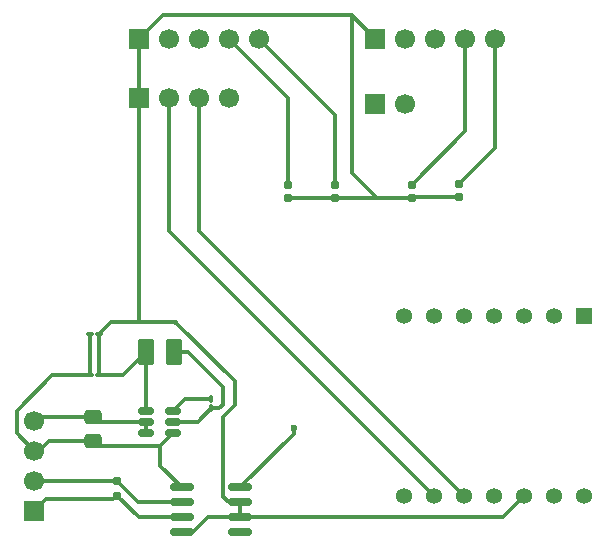
<source format=gbr>
%TF.GenerationSoftware,KiCad,Pcbnew,9.0.5*%
%TF.CreationDate,2025-10-11T13:35:54-04:00*%
%TF.ProjectId,EGR 101,45475220-3130-4312-9e6b-696361645f70,rev?*%
%TF.SameCoordinates,Original*%
%TF.FileFunction,Copper,L1,Top*%
%TF.FilePolarity,Positive*%
%FSLAX46Y46*%
G04 Gerber Fmt 4.6, Leading zero omitted, Abs format (unit mm)*
G04 Created by KiCad (PCBNEW 9.0.5) date 2025-10-11 13:35:54*
%MOMM*%
%LPD*%
G01*
G04 APERTURE LIST*
G04 Aperture macros list*
%AMRoundRect*
0 Rectangle with rounded corners*
0 $1 Rounding radius*
0 $2 $3 $4 $5 $6 $7 $8 $9 X,Y pos of 4 corners*
0 Add a 4 corners polygon primitive as box body*
4,1,4,$2,$3,$4,$5,$6,$7,$8,$9,$2,$3,0*
0 Add four circle primitives for the rounded corners*
1,1,$1+$1,$2,$3*
1,1,$1+$1,$4,$5*
1,1,$1+$1,$6,$7*
1,1,$1+$1,$8,$9*
0 Add four rect primitives between the rounded corners*
20,1,$1+$1,$2,$3,$4,$5,0*
20,1,$1+$1,$4,$5,$6,$7,0*
20,1,$1+$1,$6,$7,$8,$9,0*
20,1,$1+$1,$8,$9,$2,$3,0*%
G04 Aperture macros list end*
%TA.AperFunction,ComponentPad*%
%ADD10R,1.358000X1.358000*%
%TD*%
%TA.AperFunction,ComponentPad*%
%ADD11C,1.358000*%
%TD*%
%TA.AperFunction,SMDPad,CuDef*%
%ADD12RoundRect,0.160000X-0.160000X0.197500X-0.160000X-0.197500X0.160000X-0.197500X0.160000X0.197500X0*%
%TD*%
%TA.AperFunction,SMDPad,CuDef*%
%ADD13RoundRect,0.150000X0.825000X0.150000X-0.825000X0.150000X-0.825000X-0.150000X0.825000X-0.150000X0*%
%TD*%
%TA.AperFunction,SMDPad,CuDef*%
%ADD14RoundRect,0.100000X0.217500X0.100000X-0.217500X0.100000X-0.217500X-0.100000X0.217500X-0.100000X0*%
%TD*%
%TA.AperFunction,ComponentPad*%
%ADD15C,1.700000*%
%TD*%
%TA.AperFunction,ComponentPad*%
%ADD16R,1.700000X1.700000*%
%TD*%
%TA.AperFunction,SMDPad,CuDef*%
%ADD17RoundRect,0.150000X-0.512500X-0.150000X0.512500X-0.150000X0.512500X0.150000X-0.512500X0.150000X0*%
%TD*%
%TA.AperFunction,SMDPad,CuDef*%
%ADD18RoundRect,0.155000X-0.155000X0.212500X-0.155000X-0.212500X0.155000X-0.212500X0.155000X0.212500X0*%
%TD*%
%TA.AperFunction,SMDPad,CuDef*%
%ADD19RoundRect,0.250001X0.462499X0.849999X-0.462499X0.849999X-0.462499X-0.849999X0.462499X-0.849999X0*%
%TD*%
%TA.AperFunction,SMDPad,CuDef*%
%ADD20RoundRect,0.100000X-0.100000X0.217500X-0.100000X-0.217500X0.100000X-0.217500X0.100000X0.217500X0*%
%TD*%
%TA.AperFunction,SMDPad,CuDef*%
%ADD21RoundRect,0.250000X-0.475000X0.337500X-0.475000X-0.337500X0.475000X-0.337500X0.475000X0.337500X0*%
%TD*%
%TA.AperFunction,ViaPad*%
%ADD22C,0.600000*%
%TD*%
%TA.AperFunction,Conductor*%
%ADD23C,0.350000*%
%TD*%
G04 APERTURE END LIST*
D10*
%TO.P,U3,1,D0*%
%TO.N,Net-(J3-Pin_5)*%
X203080000Y-80000000D03*
D11*
%TO.P,U3,2,D1*%
%TO.N,Net-(J3-Pin_4)*%
X200540000Y-80000000D03*
%TO.P,U3,3,D2*%
%TO.N,unconnected-(U3-D2-Pad3)*%
X198000000Y-80000000D03*
%TO.P,U3,7,TX_D6*%
%TO.N,Net-(U1-DI)*%
X187840000Y-80000000D03*
%TO.P,U3,6,D5*%
%TO.N,Net-(J2-Pin_4)*%
X190380000Y-80000000D03*
%TO.P,U3,5,D4*%
%TO.N,Net-(J2-Pin_5)*%
X192920000Y-80000000D03*
%TO.P,U3,4,D3*%
%TO.N,unconnected-(U3-D3-Pad4)*%
X195460000Y-80000000D03*
%TO.P,U3,14,VUSB*%
%TO.N,unconnected-(U3-VUSB-Pad14)*%
X203080000Y-95240000D03*
%TO.P,U3,13,GND*%
%TO.N,Net-(J1-Pin_3)*%
X200540000Y-95240000D03*
%TO.P,U3,12,VCC_3V3*%
%TO.N,Net-(J2-Pin_1)*%
X198000000Y-95240000D03*
%TO.P,U3,8,RX_D7*%
%TO.N,unconnected-(U3-RX_D7-Pad8)*%
X187840000Y-95240000D03*
%TO.P,U3,9,D8*%
%TO.N,Net-(J4-Pin_2)*%
X190380000Y-95240000D03*
%TO.P,U3,10,D9*%
%TO.N,Net-(J4-Pin_3)*%
X192920000Y-95240000D03*
%TO.P,U3,11,D10*%
%TO.N,Net-(J5-Pin_1)*%
X195460000Y-95240000D03*
%TD*%
D12*
%TO.P,R3,2*%
%TO.N,Net-(J1-Pin_1)*%
X163500000Y-95195000D03*
%TO.P,R3,1*%
%TO.N,Net-(J1-Pin_2)*%
X163500000Y-94000000D03*
%TD*%
D13*
%TO.P,U1,8,VCC*%
%TO.N,Net-(J2-Pin_1)*%
X169000000Y-98310000D03*
%TO.P,U1,7,B*%
%TO.N,Net-(J1-Pin_1)*%
X169000000Y-97040000D03*
%TO.P,U1,6,A*%
%TO.N,Net-(J1-Pin_2)*%
X169000000Y-95770000D03*
%TO.P,U1,5,GND*%
%TO.N,Net-(J1-Pin_3)*%
X169000000Y-94500000D03*
%TO.P,U1,4,DI*%
%TO.N,Net-(U1-DI)*%
X173950000Y-94500000D03*
%TO.P,U1,3,DE*%
%TO.N,Net-(J2-Pin_1)*%
X173950000Y-95770000D03*
%TO.P,U1,2,~{RE}*%
X173950000Y-97040000D03*
%TO.P,U1,1,RO*%
%TO.N,unconnected-(U1-RO-Pad1)*%
X173950000Y-98310000D03*
%TD*%
D14*
%TO.P,C4,1*%
%TO.N,Net-(J2-Pin_1)*%
X162000000Y-81500000D03*
%TO.P,C4,2*%
%TO.N,Net-(J1-Pin_3)*%
X161185000Y-81500000D03*
%TD*%
%TO.P,C5,1*%
%TO.N,Net-(J2-Pin_1)*%
X162000000Y-85000000D03*
%TO.P,C5,2*%
%TO.N,Net-(J1-Pin_3)*%
X161185000Y-85000000D03*
%TD*%
D15*
%TO.P,J3,5,Pin_5*%
%TO.N,Net-(J3-Pin_5)*%
X195540000Y-56500000D03*
%TO.P,J3,4,Pin_4*%
%TO.N,Net-(J3-Pin_4)*%
X193000000Y-56500000D03*
%TO.P,J3,3,Pin_3*%
%TO.N,Net-(J1-Pin_3)*%
X190460000Y-56500000D03*
%TO.P,J3,2,Pin_2*%
%TO.N,unconnected-(J3-Pin_2-Pad2)*%
X187920000Y-56500000D03*
D16*
%TO.P,J3,1,Pin_1*%
%TO.N,Net-(J2-Pin_1)*%
X185380000Y-56500000D03*
%TD*%
D17*
%TO.P,U2,1,FB*%
%TO.N,Net-(J2-Pin_1)*%
X166000000Y-88000000D03*
%TO.P,U2,2,EN*%
%TO.N,Net-(J1-Pin_4)*%
X166000000Y-88950000D03*
%TO.P,U2,3,IN*%
X166000000Y-89900000D03*
%TO.P,U2,4,GND*%
%TO.N,Net-(J1-Pin_3)*%
X168275000Y-89900000D03*
%TO.P,U2,5,SW*%
%TO.N,Net-(U2-SW)*%
X168275000Y-88950000D03*
%TO.P,U2,6,BST*%
%TO.N,Net-(U2-BST)*%
X168275000Y-88000000D03*
%TD*%
D18*
%TO.P,R8,1*%
%TO.N,Net-(J3-Pin_5)*%
X192500000Y-68797500D03*
%TO.P,R8,2*%
%TO.N,Net-(J2-Pin_1)*%
X192500000Y-69932500D03*
%TD*%
%TO.P,R6,1*%
%TO.N,Net-(J2-Pin_4)*%
X178000000Y-68865000D03*
%TO.P,R6,2*%
%TO.N,Net-(J2-Pin_1)*%
X178000000Y-70000000D03*
%TD*%
%TO.P,R5,1*%
%TO.N,Net-(J2-Pin_5)*%
X182000000Y-68865000D03*
%TO.P,R5,2*%
%TO.N,Net-(J2-Pin_1)*%
X182000000Y-70000000D03*
%TD*%
%TO.P,R4,1*%
%TO.N,Net-(J3-Pin_4)*%
X188500000Y-68865000D03*
%TO.P,R4,2*%
%TO.N,Net-(J2-Pin_1)*%
X188500000Y-70000000D03*
%TD*%
D19*
%TO.P,L1,1*%
%TO.N,Net-(U2-SW)*%
X168325000Y-83000000D03*
%TO.P,L1,2*%
%TO.N,Net-(J2-Pin_1)*%
X166000000Y-83000000D03*
%TD*%
D16*
%TO.P,J5,1,Pin_1*%
%TO.N,Net-(J5-Pin_1)*%
X185380000Y-62000000D03*
D15*
%TO.P,J5,2,Pin_2*%
%TO.N,Net-(J1-Pin_3)*%
X187920000Y-62000000D03*
%TD*%
D16*
%TO.P,J4,1,Pin_1*%
%TO.N,Net-(J2-Pin_1)*%
X165380000Y-61500000D03*
D15*
%TO.P,J4,2,Pin_2*%
%TO.N,Net-(J4-Pin_2)*%
X167920000Y-61500000D03*
%TO.P,J4,3,Pin_3*%
%TO.N,Net-(J4-Pin_3)*%
X170460000Y-61500000D03*
%TO.P,J4,4,Pin_4*%
%TO.N,Net-(J1-Pin_3)*%
X173000000Y-61500000D03*
%TD*%
D16*
%TO.P,J2,1,Pin_1*%
%TO.N,Net-(J2-Pin_1)*%
X165380000Y-56500000D03*
D15*
%TO.P,J2,2,Pin_2*%
%TO.N,unconnected-(J2-Pin_2-Pad2)*%
X167920000Y-56500000D03*
%TO.P,J2,3,Pin_3*%
%TO.N,Net-(J1-Pin_3)*%
X170460000Y-56500000D03*
%TO.P,J2,4,Pin_4*%
%TO.N,Net-(J2-Pin_4)*%
X173000000Y-56500000D03*
%TO.P,J2,5,Pin_5*%
%TO.N,Net-(J2-Pin_5)*%
X175540000Y-56500000D03*
%TD*%
D16*
%TO.P,J1,1,Pin_1*%
%TO.N,Net-(J1-Pin_1)*%
X156500000Y-96500000D03*
D15*
%TO.P,J1,2,Pin_2*%
%TO.N,Net-(J1-Pin_2)*%
X156500000Y-93960000D03*
%TO.P,J1,3,Pin_3*%
%TO.N,Net-(J1-Pin_3)*%
X156500000Y-91420000D03*
%TO.P,J1,4,Pin_4*%
%TO.N,Net-(J1-Pin_4)*%
X156500000Y-88880000D03*
%TD*%
D20*
%TO.P,C3,1*%
%TO.N,Net-(U2-BST)*%
X171500000Y-87000000D03*
%TO.P,C3,2*%
%TO.N,Net-(U2-SW)*%
X171500000Y-87815000D03*
%TD*%
D21*
%TO.P,C1,1*%
%TO.N,Net-(J1-Pin_4)*%
X161500000Y-88500000D03*
%TO.P,C1,2*%
%TO.N,Net-(J1-Pin_3)*%
X161500000Y-90575000D03*
%TD*%
D22*
%TO.N,Net-(U1-DI)*%
X178500000Y-89500000D03*
%TD*%
D23*
%TO.N,Net-(J3-Pin_5)*%
X192500000Y-68797500D02*
X195540000Y-65757500D01*
X195540000Y-65757500D02*
X195540000Y-56500000D01*
%TO.N,Net-(J3-Pin_4)*%
X188500000Y-68865000D02*
X193000000Y-64365000D01*
X193000000Y-64365000D02*
X193000000Y-56500000D01*
%TO.N,Net-(J2-Pin_4)*%
X173000000Y-56500000D02*
X178000000Y-61500000D01*
X178000000Y-61500000D02*
X178000000Y-68865000D01*
%TO.N,Net-(J2-Pin_5)*%
X182000000Y-68865000D02*
X182000000Y-62960000D01*
X182000000Y-62960000D02*
X175540000Y-56500000D01*
%TO.N,Net-(J2-Pin_1)*%
X185500000Y-70000000D02*
X182000000Y-70000000D01*
X185500000Y-70000000D02*
X183380000Y-67880000D01*
X183380000Y-67880000D02*
X183380000Y-54500000D01*
X182000000Y-70000000D02*
X178000000Y-70000000D01*
X188500000Y-70000000D02*
X185500000Y-70000000D01*
X192500000Y-69932500D02*
X188567500Y-69932500D01*
X188567500Y-69932500D02*
X188500000Y-70000000D01*
X167380000Y-54500000D02*
X183380000Y-54500000D01*
%TO.N,Net-(U1-DI)*%
X178500000Y-89500000D02*
X178500000Y-89950000D01*
X178500000Y-89950000D02*
X173950000Y-94500000D01*
%TO.N,Net-(J4-Pin_2)*%
X190380000Y-95240000D02*
X167920000Y-72780000D01*
X167920000Y-72780000D02*
X167920000Y-61500000D01*
%TO.N,Net-(J4-Pin_3)*%
X170460000Y-61500000D02*
X170460000Y-72780000D01*
X170460000Y-72780000D02*
X192920000Y-95240000D01*
%TO.N,Net-(J2-Pin_1)*%
X165380000Y-56500000D02*
X167380000Y-54500000D01*
X183380000Y-54500000D02*
X185380000Y-56500000D01*
X198000000Y-95240000D02*
X196200000Y-97040000D01*
X196200000Y-97040000D02*
X173950000Y-97040000D01*
X173950000Y-97040000D02*
X173950000Y-95770000D01*
X168500000Y-80500000D02*
X165500000Y-80500000D01*
X165380000Y-80380000D02*
X165500000Y-80500000D01*
X165380000Y-61500000D02*
X165380000Y-80380000D01*
X165380000Y-61500000D02*
X165380000Y-56500000D01*
%TO.N,Net-(J1-Pin_1)*%
X156500000Y-96500000D02*
X157500000Y-95500000D01*
X157500000Y-95500000D02*
X163195000Y-95500000D01*
X163195000Y-95500000D02*
X163500000Y-95195000D01*
%TO.N,Net-(J2-Pin_1)*%
X173950000Y-95770000D02*
X172975001Y-95770000D01*
X172975001Y-95770000D02*
X172500000Y-95294999D01*
X165500000Y-80500000D02*
X163000000Y-80500000D01*
X172500000Y-88500000D02*
X173500000Y-87500000D01*
X172500000Y-95294999D02*
X172500000Y-88500000D01*
X173500000Y-87500000D02*
X173500000Y-85500000D01*
X168459014Y-80540986D02*
X168500000Y-80500000D01*
X173500000Y-85500000D02*
X168540986Y-80540986D01*
X168540986Y-80540986D02*
X168459014Y-80540986D01*
X163000000Y-80500000D02*
X162000000Y-81500000D01*
X169000000Y-98310000D02*
X169974999Y-98310000D01*
X169974999Y-98310000D02*
X171244999Y-97040000D01*
X171244999Y-97040000D02*
X173950000Y-97040000D01*
%TO.N,Net-(J1-Pin_3)*%
X169000000Y-94500000D02*
X167175000Y-92675000D01*
X167175000Y-92675000D02*
X167175000Y-91000000D01*
%TO.N,Net-(J1-Pin_2)*%
X163500000Y-94000000D02*
X165270000Y-95770000D01*
X165270000Y-95770000D02*
X169000000Y-95770000D01*
%TO.N,Net-(J1-Pin_1)*%
X163500000Y-95195000D02*
X165345000Y-97040000D01*
X165345000Y-97040000D02*
X169000000Y-97040000D01*
%TO.N,Net-(J1-Pin_2)*%
X156500000Y-93960000D02*
X163460000Y-93960000D01*
X163460000Y-93960000D02*
X163500000Y-94000000D01*
%TO.N,Net-(J2-Pin_1)*%
X162000000Y-85000000D02*
X164000000Y-85000000D01*
X164000000Y-85000000D02*
X166000000Y-83000000D01*
%TO.N,Net-(J1-Pin_3)*%
X161185000Y-85000000D02*
X158000000Y-85000000D01*
X158000000Y-85000000D02*
X155000000Y-88000000D01*
X155000000Y-89920000D02*
X155000000Y-88000000D01*
%TO.N,Net-(J1-Pin_4)*%
X156500000Y-88880000D02*
X156880000Y-88500000D01*
X156880000Y-88500000D02*
X161500000Y-88500000D01*
%TO.N,Net-(J1-Pin_3)*%
X161500000Y-90575000D02*
X161925000Y-91000000D01*
X161925000Y-91000000D02*
X167175000Y-91000000D01*
X167175000Y-91000000D02*
X168275000Y-89900000D01*
%TO.N,Net-(J1-Pin_2)*%
X156500000Y-93960000D02*
X156540000Y-94000000D01*
%TO.N,Net-(J1-Pin_3)*%
X161185000Y-81500000D02*
X161185000Y-85000000D01*
%TO.N,Net-(J2-Pin_1)*%
X162000000Y-85000000D02*
X162000000Y-81500000D01*
%TO.N,Net-(J1-Pin_3)*%
X156500000Y-91420000D02*
X155000000Y-89920000D01*
%TO.N,Net-(U2-SW)*%
X168325000Y-83000000D02*
X169500000Y-83000000D01*
X169500000Y-83000000D02*
X172500000Y-86000000D01*
X172500000Y-86000000D02*
X172500000Y-87500000D01*
X172500000Y-87500000D02*
X172185000Y-87815000D01*
X172185000Y-87815000D02*
X171500000Y-87815000D01*
%TO.N,Net-(J2-Pin_1)*%
X166000000Y-83000000D02*
X166000000Y-88000000D01*
%TO.N,Net-(U2-SW)*%
X168275000Y-88950000D02*
X170365000Y-88950000D01*
X170365000Y-88950000D02*
X171500000Y-87815000D01*
%TO.N,Net-(U2-BST)*%
X168275000Y-88000000D02*
X169275000Y-87000000D01*
X169275000Y-87000000D02*
X171500000Y-87000000D01*
%TO.N,Net-(J1-Pin_4)*%
X166000000Y-89900000D02*
X166000000Y-88950000D01*
%TO.N,Net-(J1-Pin_3)*%
X156500000Y-91420000D02*
X156920000Y-91420000D01*
X156920000Y-91420000D02*
X157765000Y-90575000D01*
X157765000Y-90575000D02*
X161500000Y-90575000D01*
%TO.N,Net-(J1-Pin_4)*%
X161500000Y-88500000D02*
X161950000Y-88950000D01*
X161950000Y-88950000D02*
X166000000Y-88950000D01*
%TD*%
M02*

</source>
